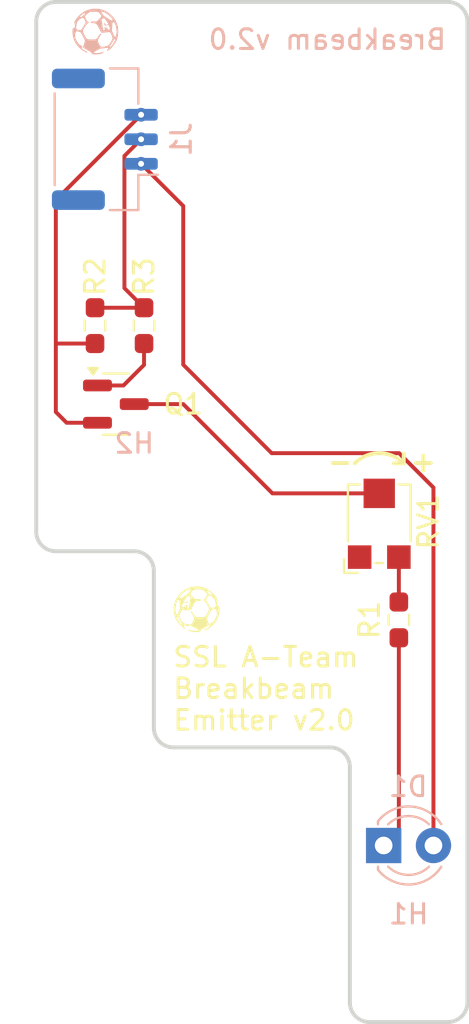
<source format=kicad_pcb>
(kicad_pcb (version 20240108) (generator "pcbnew") (generator_version "8.0")
  (title_block (title "Breakbeam (Emitter)") (date "2025-05-03") (rev "2.0") (company "SSL A-Team") (comment 1 "Author: Christian Clark"))
  (layers (0 "F.Cu" signal) (31 "B.Cu" signal) (34 "B.Paste" user) (35 "F.Paste" user) (36 "B.SilkS" user "B.Silkscreen") (37 "F.SilkS" user "F.Silkscreen") (38 "B.Mask" user) (39 "F.Mask" user) (44 "Edge.Cuts" user))
  (net 0 "")
  (net 1 "Net-(D1-K)")
  (net 2 "+3.3V")
  (net 3 "BALL_TX")
  (net 4 "GND")
  (net 5 "Net-(Q1-G)")
  (net 7 "Net-(Q1-D)")
  (net 8 "Net-(R1-Pad2)")
  (footprint "Resistor_SMD:R_0603_1608Metric_Pad0.98x0.95mm_HandSolder" (layer "F.Cu") (at 104 74.5 90)
    (property "Reference" "R1" (at 0 -1.5 90) (layer "F.SilkS") (effects (font (thickness 0.153))))
    (property "Value" "36" (hide yes))
    (fp_line (start -0.254724 -0.5225) (end 0.254724 -0.5225) (stroke (width 0.12)) (layer "F.SilkS"))
    (fp_line (start -0.254724 0.5225) (end 0.254724 0.5225) (stroke (width 0.12)) (layer "F.SilkS"))
    (pad "1" smd roundrect (at -0.9125 0 90) (size 0.975 0.95) (layers "F.Cu" "F.Paste" "F.Mask") (net 1 "Net-(D1-K)"))
    (pad "2" smd roundrect (at 0.9125 0 90) (size 0.975 0.95) (layers "F.Cu" "F.Paste" "F.Mask") (net 8 "Net-(R1-Pad2)"))
  )
  (footprint "Potentiometer_SMD:Potentiometer_Bourns_TC33X_Vertical" (layer "F.Cu") (at 103 69.5 90)
    (property "Reference" "RV1" (at 0 2.5 90) (layer "F.SilkS") (effects (font (thickness 0.153))))
    (property "Value" "500 125mW")
    (fp_line (start -1.9 -1.8) (end -2.6 -1.8) (stroke (width 0.12)) (layer "F.SilkS"))
    (fp_line (start -2.6 -1.8) (end -2.6 -1.1) (stroke (width 0.12)) (layer "F.SilkS"))
    (fp_line (start 1.9 -1.6) (end 1.9 -1) (stroke (width 0.12)) (layer "F.SilkS"))
    (fp_line (start -1 -1.6) (end 1.9 -1.6) (stroke (width 0.12)) (layer "F.SilkS"))
    (fp_line (start -2.1 -0.2) (end -2.1 0.2) (stroke (width 0.12)) (layer "F.SilkS"))
    (fp_line (start 1.9 1.6) (end 1.9 1) (stroke (width 0.12)) (layer "F.SilkS"))
    (fp_line (start -1 1.6) (end 1.9 1.6) (stroke (width 0.12)) (layer "F.SilkS"))
    (pad "1" smd rect (at -1.8 -1 90) (size 1.2 1.2) (layers "F.Cu" "F.Paste" "F.Mask"))
    (pad "2" smd rect (at 1.45 0 90) (size 1.5 1.6) (layers "F.Cu" "F.Paste" "F.Mask") (net 7 "Net-(Q1-D)"))
    (pad "3" smd rect (at -1.8 1 90) (size 1.2 1.2) (layers "F.Cu" "F.Paste" "F.Mask") (net 8 "Net-(R1-Pad2)"))
  )
  (footprint "Resistor_SMD:R_0603_1608Metric_Pad0.98x0.95mm_HandSolder" (layer "F.Cu") (at 88.5 59.5 -90)
    (property "Reference" "R2" (at -2.5 0 90) (layer "F.SilkS") (effects (font (thickness 0.153))))
    (property "Value" "10k" (hide yes))
    (fp_line (start -0.254724 0.5225) (end 0.254724 0.5225) (stroke (width 0.12)) (layer "F.SilkS"))
    (fp_line (start -0.254724 -0.5225) (end 0.254724 -0.5225) (stroke (width 0.12)) (layer "F.SilkS"))
    (pad "1" smd roundrect (at -0.9125 0 270) (size 0.975 0.95) (layers "F.Cu" "F.Paste" "F.Mask") (net 3 "BALL_TX"))
    (pad "2" smd roundrect (at 0.9125 0 270) (size 0.975 0.95) (layers "F.Cu" "F.Paste" "F.Mask") (net 4 "GND"))
  )
  (footprint "Resistor_SMD:R_0603_1608Metric_Pad0.98x0.95mm_HandSolder" (layer "F.Cu") (at 91 59.5 -90)
    (property "Reference" "R3" (at -2.5 0 90) (layer "F.SilkS") (effects (font (thickness 0.153))))
    (property "Value" "100" (hide yes))
    (fp_line (start -0.254724 0.5225) (end 0.254724 0.5225) (stroke (width 0.12)) (layer "F.SilkS"))
    (fp_line (start -0.254724 -0.5225) (end 0.254724 -0.5225) (stroke (width 0.12)) (layer "F.SilkS"))
    (pad "1" smd roundrect (at -0.9125 0 270) (size 0.975 0.95) (layers "F.Cu" "F.Paste" "F.Mask") (net 3 "BALL_TX"))
    (pad "2" smd roundrect (at 0.9125 0 270) (size 0.975 0.95) (layers "F.Cu" "F.Paste" "F.Mask") (net 5 "Net-(Q1-G)"))
  )
  (footprint "MountingHole:MountingHole_2.2mm_M2" (layer "F.Cu") (at 104.5 92 -90)
    (property "Reference" "H1" (at -2.5 0 180) (layer "B.SilkS") (effects (font (thickness 0.153)) (justify mirror)))
    (property "Value" "MountingHole" (hide yes))
    (pad "" np_thru_hole circle (at 0 0 270) (size 2.2 2.2) (drill 2.2) (layers "*.Cu" "*.Mask" "In1.Cu" "In2.Cu" "In3.Cu" "In4.Cu" "In5.Cu" "In6.Cu" "In7.Cu" "In8.Cu" "In9.Cu" "In10.Cu" "In11.Cu" "In12.Cu" "In13.Cu" "In14.Cu" "In15.Cu" "In16.Cu" "In17.Cu" "In18.Cu" "In19.Cu" "In20.Cu" "In21.Cu" "In22.Cu" "In23.Cu" "In24.Cu" "In25.Cu" "In26.Cu" "In27.Cu" "In28.Cu" "In29.Cu" "In30.Cu"))
  )
  (footprint "MountingHole:MountingHole_2.2mm_M2" (layer "F.Cu") (at 90.5 68 -90)
    (property "Reference" "H2" (at -2.5 0 180) (layer "B.SilkS") (effects (font (thickness 0.153)) (justify mirror)))
    (property "Value" "MountingHole" (hide yes))
    (pad "" np_thru_hole circle (at 0 0 270) (size 2.2 2.2) (drill 2.2) (layers "*.Cu" "*.Mask" "In1.Cu" "In2.Cu" "In3.Cu" "In4.Cu" "In5.Cu" "In6.Cu" "In7.Cu" "In8.Cu" "In9.Cu" "In10.Cu" "In11.Cu" "In12.Cu" "In13.Cu" "In14.Cu" "In15.Cu" "In16.Cu" "In17.Cu" "In18.Cu" "In19.Cu" "In20.Cu" "In21.Cu" "In22.Cu" "In23.Cu" "In24.Cu" "In25.Cu" "In26.Cu" "In27.Cu" "In28.Cu" "In29.Cu" "In30.Cu"))
  )
  (footprint "AT-Style:logo_3_mm_3_mm" (layer "F.Cu") (at 93.7 73.9)
    (property "Reference" "G***" (hide yes))
    (property "Value" "LOGO" (hide yes))
    (fp_poly (pts (xy 0.084667 -1.104608) (xy 0.147904 -1.099875) (xy 0.180206 -1.095398) (xy 0.322169 -1.061718) (xy 0.456925 -1.011636) (xy 0.583926 -0.945492) (xy 0.702625 -0.86363) (xy 0.812473 -0.766392) (xy 0.912923 -0.65412) (xy 0.937606 -0.622279) (xy 0.96758 -0.579457) (xy 0.995872 -0.533645) (xy 1.020561 -0.48853) (xy 1.039727 -0.447796) (xy 1.05145 -0.415131) (xy 1.054204 -0.398475) (xy 1.050505 -0.373967) (xy 1.041173 -0.343344) (xy 1.036058 -0.330691) (xy 1.026275 -0.304678) (xy 1.021897 -0.279516) (xy 1.022111 -0.248004) (xy 1.024011 -0.224049) (xy 1.032764 -0.173874) (xy 1.048446 -0.139843) (xy 1.071494 -0.121291) (xy 1.094133 -0.117134) (xy 1.11474 -0.112649) (xy 1.130013 -0.097915) (xy 1.140723 -0.071017) (xy 1.147639 -0.030038) (xy 1.151479 0.025662) (xy 1.149055 0.14185) (xy 1.133304 0.263808) (xy 1.105256 0.386416) (xy 1.065944 0.504554) (xy 1.044967 0.554637) (xy 1.001368 0.637177) (xy 0.944248 0.722728) (xy 0.876763 0.807472) (xy 0.802068 0.887591) (xy 0.723321 0.959267) (xy 0.68614 0.988703) (xy 0.650923 1.013429) (xy 0.609229 1.039945) (xy 0.564453 1.066397) (xy 0.519992 1.090934) (xy 0.479244 1.111702) (xy 0.445603 1.12685) (xy 0.422468 1.134525) (xy 0.41769 1.135103) (xy 0.398369 1.128601) (xy 0.392056 1.111266) (xy 0.394137 1.101175) (xy 0.403563 1.092172) (xy 0.425342 1.077938) (xy 0.455534 1.060945) (xy 0.47046 1.053236) (xy 0.514851 1.029688) (xy 0.558935 1.004152) (xy 0.599617 0.978656) (xy 0.633804 0.955229) (xy 0.658402 0.935898) (xy 0.670318 0.922691) (xy 0.670603 0.922035) (xy 0.670027 0.906629) (xy 0.662891 0.882188) (xy 0.656894 0.867611) (xy 0.646123 0.84279) (xy 0.642773 0.827688) (xy 0.646697 0.815668) (xy 0.655489 0.803127) (xy 0.674013 0.786197) (xy 0.701759 0.769103) (xy 0.717927 0.761604) (xy 0.774833 0.733656) (xy 0.820874 0.698694) (xy 0.860483 0.654807) (xy 0.884639 0.619991) (xy 0.911635 0.57453) (xy 0.939236 0.522937) (xy 0.965206 0.469727) (xy 0.98731 0.419416) (xy 1.003314 0.376518) (xy 1.00966 0.353465) (xy 1.015497 0.306736) (xy 1.01581 0.254286) (xy 1.011248 0.200335) (xy 1.002457 0.149101) (xy 0.990086 0.104805) (xy 0.974784 0.071668) (xy 0.964418 0.058854) (xy 0.948814 0.048979) (xy 0.928069 0.046231) (xy 0.902686 0.048486) (xy 0.855094 0.056552) (xy 0.809686 0.067349) (xy 0.770998 0.079553) (xy 0.743563 0.091837) (xy 0.735843 0.097264) (xy 0.724948 0.111402) (xy 0.708684 0.137747) (xy 0.689443 0.172241) (xy 0.673638 0.202731) (xy 0.648627 0.251257) (xy 0.619077 0.306529) (xy 0.589689 0.359822) (xy 0.576051 0.383824) (xy 0.554573 0.4222) (xy 0.53626 0.456967) (xy 0.523222 0.483987) (xy 0.517815 0.497964) (xy 0.518169 0.515433) (xy 0.523346 0.546033) (xy 0.532286 0.58586) (xy 0.543932 0.63101) (xy 0.557224 0.677582) (xy 0.571104 0.721672) (xy 0.584512 0.759375) (xy 0.595883 0.785789) (xy 0.609593 0.820079) (xy 0.610489 0.846657) (xy 0.598377 0.870676) (xy 0.592427 0.877872) (xy 0.574232 0.89389) (xy 0.543121 0.916456) (xy 0.502109 0.943696) (xy 0.454212 0.97374) (xy 0.402445 1.004714) (xy 0.349825 1.034748) (xy 0.299368 1.061967) (xy 0.279395 1.072186) (xy 0.238711 1.093223) (xy 0.211645 1.109113) (xy 0.195324 1.121967) (xy 0.186873 1.133896) (xy 0.18426 1.142049) (xy 0.174845 1.176104) (xy 0.162161 1.197038) (xy 0.142441 1.209743) (xy 0.128328 1.21467) (xy 0.097761 1.220116) (xy 0.052703 1.223141) (xy -0.003478 1.223729) (xy -0.067413 1.221863) (xy -0.135733 1.217528) (xy -0.153377 1.216032) (xy -0.20402 1.210554) (xy -0.248617 1.20313) (xy -0.293991 1.192294) (xy -0.346968 1.176579) (xy -0.367262 1.170079) (xy -0.408108 1.153427) (xy -0.431117 1.135776) (xy -0.436223 1.117189) (xy -0.432634 1.108492) (xy -0.426649 1.104147) (xy -0.414253 1.103201) (xy -0.392797 1.106021) (xy -0.359637 1.112977) (xy -0.312124 1.124434) (xy -0.304866 1.126246) (xy -0.228096 1.143572) (xy -0.160195 1.154429) (xy -0.093707 1.159979) (xy -0.085598 1.160339) (xy -0.041745 1.161866) (xy -0.012168 1.161889) (xy 0.006849 1.159927) (xy 0.019023 1.1555) (xy 0.02807 1.148126) (xy 0.030713 1.145286) (xy 0.042195 1.125336) (xy 0.039025 1.10582) (xy 0.020353 1.085606) (xy -0.014673 1.063561) (xy -0.04058 1.050549) (xy -0.081289 1.030115) (xy -0.123545 1.007134) (xy -0.158639 0.986356) (xy -0.160621 0.985094) (xy -0.19832 0.962012) (xy -0.230453 0.945786) (xy -0.262363 0.934743) (xy -0.299391 0.927213) (xy -0.346878 0.921525) (xy -0.370873 0.919314) (xy -0.422852 0.91392) (xy -0.478609 0.906792) (xy -0.529599 0.899073) (xy -0.552385 0.895016) (xy -0.598485 0.887405) (xy -0.630143 0.885808) (xy -0.650086 0.890779) (xy -0.661046 0.902871) (xy -0.665154 0.917858) (xy -0.661162 0.937874) (xy -0.646567 0.96398) (xy -0.640319 0.972368) (xy -0.621783 1.001625) (xy -0.618104 1.022852) (xy -0.628984 1.034956) (xy -0.654125 1.036841) (xy -0.657751 1.036378) (xy -0.677934 1.028048) (xy -0.707671 1.008677) (xy -0.744269 0.98044) (xy -0.785034 0.945517) (xy -0.827272 0.906083) (xy -0.860752 0.872292) (xy -0.955699 0.761086) (xy -1.033991 0.643709) (xy -1.095913 0.519473) (xy -1.119157 0.452647) (xy -1.034917 0.452647) (xy -1.030701 0.471114) (xy -1.01875 0.500241) (xy -1.005427 0.528715) (xy -0.951332 0.626641) (xy -0.882784 0.725865) (xy -0.838107 0.781642) (xy -0.806829 0.816867) (xy -0.783769 0.838046) (xy -0.76732 0.84624) (xy -0.755874 0.842511) (xy -0.752474 0.838143) (xy -0.750668 0.830293) (xy -0.753961 0.817964) (xy -0.763581 0.798841) (xy -0.780757 0.770608) (xy -0.80672 0.730949) (xy -0.819541 0.711813) (xy -0.84784 0.668557) (xy -0.879705 0.61801) (xy -0.909869 0.568584) (xy -0.921088 0.549627) (xy -0.951259 0.5) (xy -0.975323 0.465326) (xy -0.994586 0.444134) (xy -1.010356 0.434954) (xy -1.022332 0.435623) (xy -1.031944 0.441823) (xy -1.034917 0.452647) (xy -1.119157 0.452647) (xy -1.134597 0.408255) (xy -0.888575 0.408255) (xy -0.883604 0.438286) (xy -0.87115 0.472343) (xy -0.850239 0.514355) (xy -0.828028 0.554133) (xy -0.784291 0.626835) (xy -0.744445 0.684407) (xy -0.706503 0.728751) (xy -0.668483 0.761774) (xy -0.6284 0.78538) (xy -0.584269 0.801474) (xy -0.565544 0.806123) (xy -0.480251 0.822947) (xy -0.410281 0.832088) (xy -0.354673 0.83358) (xy -0.312463 0.827455) (xy -0.285691 0.815826) (xy -0.270951 0.800393) (xy -0.251505 0.772018) (xy -0.229293 0.73451) (xy -0.206253 0.69168) (xy -0.184326 0.647335) (xy -0.16545 0.605285) (xy -0.151565 0.56934) (xy -0.14461 0.543307) (xy -0.144164 0.537845) (xy -0.147275 0.513583) (xy -0.157143 0.482216) (xy -0.174567 0.441954) (xy -0.200349 0.391005) (xy -0.235291 0.327575) (xy -0.248545 0.304336) (xy -0.273479 0.260561) (xy -0.290366 0.229432) (xy -0.300282 0.208057) (xy -0.304304 0.193542) (xy -0.30351 0.182995) (xy -0.298975 0.173521) (xy -0.297883 0.171767) (xy -0.288461 0.163743) (xy -0.2757 0.166034) (xy -0.258523 0.179724) (xy -0.235853 0.205893) (xy -0.206613 0.245626) (xy -0.169723 0.300003) (xy -0.168753 0.301469) (xy -0.135355 0.351856) (xy -0.108097 0.390613) (xy -0.083921 0.41924) (xy -0.059765 0.439233) (xy -0.032569 0.45209) (xy 0.000726 0.459309) (xy 0.043181 0.462387) (xy 0.097856 0.462823) (xy 0.159664 0.462197) (xy 0.216389 0.461112) (xy 0.269289 0.459207) (xy 0.314794 0.456678) (xy 0.349331 0.453722) (xy 0.369023 0.450622) (xy 0.394699 0.440707) (xy 0.418808 0.424203) (xy 0.442847 0.399192) (xy 0.468313 0.363757) (xy 0.496704 0.315981) (xy 0.529516 0.253946) (xy 0.542055 0.229047) (xy 0.572309 0.167934) (xy 0.594705 0.119086) (xy 0.609081 0.078961) (xy 0.615277 0.044017) (xy 0.613131 0.01071) (xy 0.602484 -0.024501) (xy 0.583173 -0.06516) (xy 0.555039 -0.114808) (xy 0.524087 -0.16669) (xy 0.479843 -0.236435) (xy 0.439447 -0.29103) (xy 0.401232 -0.332484) (xy 0.363529 -0.362802) (xy 0.358159 -0.366296) (xy 0.332074 -0.388121) (xy 0.323994 -0.409295) (xy 0.326568 -0.414651) (xy 0.477545 -0.414651) (xy 0.481008 -0.395017) (xy 0.492197 -0.36837) (xy 0.512313 -0.332277) (xy 0.539444 -0.289081) (xy 0.567882 -0.244422) (xy 0.596961 -0.197324) (xy 0.622887 -0.154005) (xy 0.638867 -0.126144) (xy 0.671465 -0.07288) (xy 0.700895 -0.036572) (xy 0.727824 -0.01657) (xy 0.752922 -0.012222) (xy 0.755369 -0.012626) (xy 0.776906 -0.016726) (xy 0.808659 -0.022629) (xy 0.837957 -0.027999) (xy 0.889113 -0.039339) (xy 0.92477 -0.053122) (xy 0.947446 -0.071613) (xy 0.959663 -0.097076) (xy 0.963939 -0.131775) (xy 0.964065 -0.14132) (xy 0.961444 -0.186557) (xy 0.95445 -0.241788) (xy 0.944285 -0.300185) (xy 0.932154 -0.354919) (xy 0.91926 -0.399162) (xy 0.917958 -0.402794) (xy 0.890258 -0.454702) (xy 0.844732 -0.508014) (xy 0.781332 -0.562782) (xy 0.726826 -0.601655) (xy 0.685899 -0.627444) (xy 0.655294 -0.642399) (xy 0.631627 -0.647388) (xy 0.611517 -0.643279) (xy 0.597049 -0.63497) (xy 0.581205 -0.618457) (xy 0.56104 -0.589879) (xy 0.538906 -0.553574) (xy 0.517156 -0.513879) (xy 0.498144 -0.475133) (xy 0.484221 -0.441673) (xy 0.477741 -0.417836) (xy 0.477545 -0.414651) (xy 0.326568 -0.414651) (xy 0.333922 -0.429953) (xy 0.359625 -0.448989) (xy 0.38635 -0.470048) (xy 0.415117 -0.502572) (xy 0.44366 -0.542651) (xy 0.469713 -0.586377) (xy 0.491012 -0.629839) (xy 0.50529 -0.669129) (xy 0.510283 -0.700336) (xy 0.509584 -0.707795) (xy 0.499597 -0.728975) (xy 0.477791 -0.757663) (xy 0.447117 -0.791044) (xy 0.410529 -0.826305) (xy 0.370977 -0.860631) (xy 0.366113 -0.86439) (xy 0.515245 -0.86439) (xy 0.523853 -0.840863) (xy 0.547531 -0.80872) (xy 0.56002 -0.795222) (xy 0.603054 -0.754519) (xy 0.644716 -0.721654) (xy 0.683065 -0.697538) (xy 0.716161 -0.683079) (xy 0.742063 -0.679187) (xy 0.758831 -0.686772) (xy 0.764121 -0.699579) (xy 0.758505 -0.716384) (xy 0.739414 -0.740595) (xy 0.708819 -0.770336) (xy 0.668692 -0.803733) (xy 0.621006 -0.838911) (xy 0.608499 -0.847517) (xy 0.568334 -0.870865) (xy 0.538636 -0.880632) (xy 0.520556 -0.87806) (xy 0.515245 -0.86439) (xy 0.366113 -0.86439) (xy 0.331415 -0.891207) (xy 0.294794 -0.915221) (xy 0.28797 -0.919049) (xy 0.229763 -0.950585) (xy 0.067577 -0.950585) (xy 0.012686 -0.950185) (xy -0.038303 -0.949074) (xy -0.081685 -0.947389) (xy -0.113759 -0.945268) (xy -0.128934 -0.943319) (xy -0.166589 -0.92726) (xy -0.207779 -0.894774) (xy -0.251382 -0.846846) (xy -0.275643 -0.814739) (xy -0.297951 -0.783044) (xy -0.313288 -0.757721) (xy -0.320859 -0.73609) (xy -0.319864 -0.715474) (xy -0.309507 -0.693194) (xy -0.28899 -0.666572) (xy -0.257517 -0.632929) (xy -0.214289 -0.589586) (xy -0.206236 -0.581581) (xy -0.085598 -0.461622) (xy 0.049557 -0.456928) (xy 0.107757 -0.454655) (xy 0.150512 -0.452122) (xy 0.180395 -0.448801) (xy 0.199981 -0.444162) (xy 0.211842 -0.437677) (xy 0.218552 -0.428817) (xy 0.221335 -0.421647) (xy 0.222774 -0.403459) (xy 0.212758 -0.389793) (xy 0.189533 -0.379785) (xy 0.151344 -0.372568) (xy 0.113831 -0.368635) (xy 0.054562 -0.362668) (xy 0.009713 -0.355389) (xy -0.024318 -0.345604) (xy -0.051132 -0.332118) (xy -0.074328 -0.313734) (xy -0.085598 -0.302436) (xy -0.102241 -0.281003) (xy -0.124676 -0.246799) (xy -0.150956 -0.203327) (xy -0.179134 -0.154091) (xy -0.207261 -0.102594) (xy -0.233392 -0.052339) (xy -0.255577 -0.006828) (xy -0.271871 0.030434) (xy -0.274643 0.037638) (xy -0.297028 0.081739) (xy -0.325165 0.109484) (xy -0.35852 0.120373) (xy -0.36267 0.120522) (xy -0.380565 0.119741) (xy -0.413085 0.117428) (xy -0.456926 0.113854) (xy -0.508781 0.109288) (xy -0.565346 0.104002) (xy -0.570862 0.103471) (xy -0.749777 0.086186) (xy -0.77871 0.117757) (xy -0.799917 0.147286) (xy -0.822832 0.189902) (xy -0.845426 0.241062) (xy -0.865671 0.296222) (xy -0.879958 0.344561) (xy -0.887035 0.378323) (xy -0.888575 0.408255) (xy -1.134597 0.408255) (xy -1.141751 0.387687) (xy -1.17179 0.247663) (xy -1.186317 0.098711) (xy -1.186846 0.085598) (xy -1.185827 0.044829) (xy -1.097503 0.044829) (xy -1.09585 0.118687) (xy -1.089597 0.18542) (xy -1.079548 0.236539) (xy -1.065057 0.274174) (xy -1.045479 0.300455) (xy -1.039067 0.306015) (xy -1.01609 0.317991) (xy -0.996852 0.313342) (xy -0.979333 0.291427) (xy -0.976522 0.286213) (xy -0.963624 0.258353) (xy -0.951501 0.227848) (xy -0.951017 0.226485) (xy -0.942495 0.204802) (xy -0.928473 0.171733) (xy -0.911078 0.132218) (xy -0.896743 0.100544) (xy -0.854031 0.007368) (xy -0.863375 -0.055455) (xy -0.764515 -0.055455) (xy -0.70888 -0.047435) (xy -0.679008 -0.043996) (xy -0.656812 -0.043054) (xy -0.647914 -0.044486) (xy -0.643291 -0.055412) (xy -0.636816 -0.078474) (xy -0.6315 -0.101366) (xy -0.629064 -0.11017) (xy -0.504576 -0.11017) (xy -0.504576 -0.069199) (xy -0.50365 -0.047029) (xy -0.498532 -0.033166) (xy -0.485714 -0.025392) (xy -0.461688 -0.02149) (xy -0.425736 -0.019371) (xy -0.405455 -0.020319) (xy -0.397528 -0.028266) (xy -0.396452 -0.039809) (xy -0.394367 -0.062721) (xy -0.391296 -0.075037) (xy -0.39065 -0.084306) (xy -0.398908 -0.091264) (xy -0.418914 -0.097085) (xy -0.453513 -0.102942) (xy -0.461777 -0.104128) (xy -0.504576 -0.11017) (xy -0.629064 -0.11017) (xy -0.623197 -0.131374) (xy -0.614216 -0.149495) (xy -0.608728 -0.153175) (xy -0.595267 -0.151708) (xy -0.568746 -0.147819) (xy -0.533842 -0.142279) (xy -0.49523 -0.135858) (xy -0.457586 -0.129326) (xy -0.425586 -0.123454) (xy -0.41222 -0.120811) (xy -0.395385 -0.11896) (xy -0.388644 -0.126112) (xy -0.387431 -0.145701) (xy -0.38595 -0.177592) (xy -0.381926 -0.222577) (xy -0.375963 -0.276006) (xy -0.368665 -0.333232) (xy -0.360635 -0.389603) (xy -0.352477 -0.440472) (xy -0.344794 -0.481188) (xy -0.342594 -0.491061) (xy -0.335465 -0.525065) (xy -0.331407 -0.552125) (xy -0.331047 -0.567689) (xy -0.331776 -0.569461) (xy -0.342747 -0.575576) (xy -0.365808 -0.58569) (xy -0.396099 -0.59768) (xy -0.398005 -0.598399) (xy -0.458103 -0.62102) (xy -0.511573 -0.563861) (xy -0.54853 -0.520475) (xy -0.58629 -0.469518) (xy -0.621094 -0.416577) (xy -0.649181 -0.367243) (xy -0.661604 -0.340847) (xy -0.675421 -0.307768) (xy -0.628449 -0.297694) (xy -0.597616 -0.290949) (xy -0.571384 -0.284984) (xy -0.561896 -0.282706) (xy -0.545299 -0.283246) (xy -0.536177 -0.298238) (xy -0.535997 -0.298829) (xy -0.529162 -0.314798) (xy -0.517151 -0.337515) (xy -0.502744 -0.362346) (xy -0.488724 -0.384662) (xy -0.47787 -0.399829) (xy -0.473117 -0.403553) (xy -0.472823 -0.393658) (xy -0.474539 -0.371138) (xy -0.477656 -0.341196) (xy -0.481566 -0.309038) (xy -0.485658 -0.279867) (xy -0.489325 -0.258886) (xy -0.490678 -0.253495) (xy -0.494106 -0.247482) (xy -0.50134 -0.244066) (xy -0.514681 -0.243518) (xy -0.536428 -0.246106) (xy -0.568881 -0.2521) (xy -0.614341 -0.26177) (xy -0.672597 -0.274817) (xy -0.682433 -0.275062) (xy -0.69114 -0.268854) (xy -0.700691 -0.253291) (xy -0.713057 -0.22547) (xy -0.723152 -0.200419) (xy -0.737724 -0.16145) (xy -0.74994 -0.124795) (xy -0.757873 -0.096391) (xy -0.759435 -0.088547) (xy -0.764515 -0.055455) (xy -0.863375 -0.055455) (xy -0.864281 -0.06155) (xy -0.868604 -0.097438) (xy -0.872955 -0.145293) (xy -0.876846 -0.199071) (xy -0.879793 -0.252726) (xy -0.879967 -0.256703) (xy -0.883046 -0.314055) (xy -0.887184 -0.355782) (xy -0.893261 -0.384279) (xy -0.902154 -0.401942) (xy -0.914743 -0.411164) (xy -0.931904 -0.414341) (xy -0.937823 -0.414473) (xy -0.960299 -0.410385) (xy -0.979726 -0.396269) (xy -0.999048 -0.369352) (xy -1.01296 -0.343647) (xy -1.047596 -0.259838) (xy -1.073765 -0.164183) (xy -1.090667 -0.06114) (xy -1.097503 0.044829) (xy -1.185827 0.044829) (xy -1.183275 -0.057324) (xy -1.162321 -0.196042) (xy -1.124291 -0.329801) (xy -1.069489 -0.457844) (xy -1.018603 -0.544651) (xy -0.897017 -0.544651) (xy -0.890254 -0.534676) (xy -0.887571 -0.531671) (xy -0.871076 -0.518208) (xy -0.8516 -0.513055) (xy -0.826907 -0.516854) (xy -0.794762 -0.53025) (xy -0.752928 -0.553887) (xy -0.705817 -0.584004) (xy -0.662746 -0.612138) (xy -0.620744 -0.639028) (xy -0.584191 -0.661906) (xy -0.557465 -0.678003) (xy -0.554132 -0.679913) (xy -0.506534 -0.707944) (xy -0.4715 -0.731752) (xy -0.445176 -0.754548) (xy -0.423709 -0.779541) (xy -0.409027 -0.800808) (xy -0.386771 -0.834814) (xy -0.363578 -0.869537) (xy -0.34952 -0.890133) (xy -0.3319 -0.920259) (xy -0.328624 -0.940284) (xy -0.340049 -0.951473) (xy -0.366531 -0.955086) (xy -0.367879 -0.955091) (xy -0.393622 -0.950348) (xy -0.430695 -0.937303) (xy -0.475491 -0.917726) (xy -0.5244 -0.89339) (xy -0.573812 -0.866067) (xy -0.620118 -0.837529) (xy -0.651158 -0.81601) (xy -0.697074 -0.779191) (xy -0.746018 -0.735085) (xy -0.793692 -0.687968) (xy -0.835795 -0.642114) (xy -0.868028 -0.601798) (xy -0.871305 -0.597134) (xy -0.88871 -0.571181) (xy -0.896891 -0.555253) (xy -0.897017 -0.544651) (xy -1.018603 -0.544651) (xy -0.998222 -0.579418) (xy -0.910794 -0.693765) (xy -0.842106 -0.767168) (xy -0.735934 -0.862099) (xy -0.625713 -0.940392) (xy -0.509057 -1.00335) (xy -0.383578 -1.05228) (xy -0.25903 -1.085866) (xy -0.204526 -1.094879) (xy -0.137534 -1.101377) (xy -0.063424 -1.105242) (xy 0.012433 -1.106358)) (fill solid) (layer "F.SilkS"))
  )
  (footprint "Package_TO_SOT_SMD:SOT-23" (layer "F.Cu") (at 89.562499 63.5)
    (property "Reference" "Q1" (at 3.437501 0 0) (layer "F.SilkS") (effects (font (thickness 0.153))))
    (property "Value" "BSS138" (hide yes))
    (fp_line (start 0 -1.560001) (end -0.65 -1.56) (stroke (width 0.12)) (layer "F.SilkS"))
    (fp_line (start 0 -1.560001) (end 0.65 -1.56) (stroke (width 0.12)) (layer "F.SilkS"))
    (fp_line (start 0 1.560001) (end -0.65 1.56) (stroke (width 0.12)) (layer "F.SilkS"))
    (fp_line (start 0 1.560001) (end 0.65 1.56) (stroke (width 0.12)) (layer "F.SilkS"))
    (fp_poly (pts (xy -1.1625 -1.51) (xy -1.4025 -1.84) (xy -0.9225 -1.839999) (xy -1.1625 -1.51)) (stroke (width 0.12)) (fill solid) (layer "F.SilkS"))
    (pad "1" smd roundrect (at -0.9375 -0.95) (size 1.475 0.6) (layers "F.Cu" "F.Paste" "F.Mask") (net 5 "Net-(Q1-G)"))
    (pad "2" smd roundrect (at -0.9375 0.95) (size 1.475 0.6) (layers "F.Cu" "F.Paste" "F.Mask") (net 4 "GND"))
    (pad "3" smd roundrect (at 0.937501 0) (size 1.475 0.6) (layers "F.Cu" "F.Paste" "F.Mask") (net 7 "Net-(Q1-D)"))
  )
  (footprint "AT-Style:logo_3_mm_3_mm" (layer "B.Cu") (at 88.5 44.45 180)
    (property "Reference" "G***" (hide yes))
    (property "Value" "LOGO" (hide yes))
    (fp_poly (pts (xy 0.084667 1.104608) (xy 0.147904 1.099875) (xy 0.180206 1.095398) (xy 0.322169 1.061718) (xy 0.456925 1.011636) (xy 0.583926 0.945492) (xy 0.702625 0.86363) (xy 0.812473 0.766392) (xy 0.912923 0.65412) (xy 0.937606 0.622279) (xy 0.96758 0.579457) (xy 0.995872 0.533645) (xy 1.020561 0.48853) (xy 1.039727 0.447796) (xy 1.05145 0.415131) (xy 1.054204 0.398475) (xy 1.050505 0.373967) (xy 1.041173 0.343344) (xy 1.036058 0.330691) (xy 1.026275 0.304678) (xy 1.021897 0.279516) (xy 1.022111 0.248004) (xy 1.024011 0.224049) (xy 1.032764 0.173874) (xy 1.048446 0.139843) (xy 1.071494 0.121291) (xy 1.094133 0.117134) (xy 1.11474 0.112649) (xy 1.130013 0.097915) (xy 1.140723 0.071017) (xy 1.147639 0.030038) (xy 1.151479 -0.025662) (xy 1.149055 -0.14185) (xy 1.133304 -0.263808) (xy 1.105256 -0.386416) (xy 1.065944 -0.504554) (xy 1.044967 -0.554637) (xy 1.001368 -0.637177) (xy 0.944248 -0.722728) (xy 0.876763 -0.807472) (xy 0.802068 -0.887591) (xy 0.723321 -0.959267) (xy 0.68614 -0.988703) (xy 0.650923 -1.013429) (xy 0.609229 -1.039945) (xy 0.564453 -1.066397) (xy 0.519992 -1.090934) (xy 0.479244 -1.111702) (xy 0.445603 -1.12685) (xy 0.422468 -1.134525) (xy 0.41769 -1.135103) (xy 0.398369 -1.128601) (xy 0.392056 -1.111266) (xy 0.394137 -1.101175) (xy 0.403563 -1.092172) (xy 0.425342 -1.077938) (xy 0.455534 -1.060945) (xy 0.47046 -1.053236) (xy 0.514851 -1.029688) (xy 0.558935 -1.004152) (xy 0.599617 -0.978656) (xy 0.633804 -0.955229) (xy 0.658402 -0.935898) (xy 0.670318 -0.922691) (xy 0.670603 -0.922035) (xy 0.670027 -0.906629) (xy 0.662891 -0.882188) (xy 0.656894 -0.867611) (xy 0.646123 -0.84279) (xy 0.642773 -0.827688) (xy 0.646697 -0.815668) (xy 0.655489 -0.803127) (xy 0.674013 -0.786197) (xy 0.701759 -0.769103) (xy 0.717927 -0.761604) (xy 0.774833 -0.733656) (xy 0.820874 -0.698694) (xy 0.860483 -0.654807) (xy 0.884639 -0.619991) (xy 0.911635 -0.57453) (xy 0.939236 -0.522937) (xy 0.965206 -0.469727) (xy 0.98731 -0.419416) (xy 1.003314 -0.376518) (xy 1.00966 -0.353465) (xy 1.015497 -0.306736) (xy 1.01581 -0.254286) (xy 1.011248 -0.200335) (xy 1.002457 -0.149101) (xy 0.990086 -0.104805) (xy 0.974784 -0.071668) (xy 0.964418 -0.058854) (xy 0.948814 -0.048979) (xy 0.928069 -0.046231) (xy 0.902686 -0.048486) (xy 0.855094 -0.056552) (xy 0.809686 -0.067349) (xy 0.770998 -0.079553) (xy 0.743563 -0.091837) (xy 0.735843 -0.097264) (xy 0.724948 -0.111402) (xy 0.708684 -0.137747) (xy 0.689443 -0.172241) (xy 0.673638 -0.202731) (xy 0.648627 -0.251257) (xy 0.619077 -0.306529) (xy 0.589689 -0.359822) (xy 0.576051 -0.383824) (xy 0.554573 -0.4222) (xy 0.53626 -0.456967) (xy 0.523222 -0.483987) (xy 0.517815 -0.497964) (xy 0.518169 -0.515433) (xy 0.523346 -0.546033) (xy 0.532286 -0.58586) (xy 0.543932 -0.63101) (xy 0.557224 -0.677582) (xy 0.571104 -0.721672) (xy 0.584512 -0.759375) (xy 0.595883 -0.785789) (xy 0.609593 -0.820079) (xy 0.610489 -0.846657) (xy 0.598377 -0.870676) (xy 0.592427 -0.877872) (xy 0.574232 -0.89389) (xy 0.543121 -0.916456) (xy 0.502109 -0.943696) (xy 0.454212 -0.97374) (xy 0.402445 -1.004714) (xy 0.349825 -1.034748) (xy 0.299368 -1.061967) (xy 0.279395 -1.072186) (xy 0.238711 -1.093223) (xy 0.211645 -1.109113) (xy 0.195324 -1.121967) (xy 0.186873 -1.133896) (xy 0.18426 -1.142049) (xy 0.174845 -1.176104) (xy 0.162161 -1.197038) (xy 0.142441 -1.209743) (xy 0.128328 -1.21467) (xy 0.097761 -1.220116) (xy 0.052703 -1.223141) (xy -0.003478 -1.223729) (xy -0.067413 -1.221863) (xy -0.135733 -1.217528) (xy -0.153377 -1.216032) (xy -0.20402 -1.210554) (xy -0.248617 -1.20313) (xy -0.293991 -1.192294) (xy -0.346968 -1.176579) (xy -0.367262 -1.170079) (xy -0.408108 -1.153427) (xy -0.431117 -1.135776) (xy -0.436223 -1.117189) (xy -0.432634 -1.108492) (xy -0.426649 -1.104147) (xy -0.414253 -1.103201) (xy -0.392797 -1.106021) (xy -0.359637 -1.112977) (xy -0.312124 -1.124434) (xy -0.304866 -1.126246) (xy -0.228096 -1.143572) (xy -0.160195 -1.154429) (xy -0.093707 -1.159979) (xy -0.085598 -1.160339) (xy -0.041745 -1.161866) (xy -0.012168 -1.161889) (xy 0.006849 -1.159927) (xy 0.019023 -1.1555) (xy 0.02807 -1.148126) (xy 0.030713 -1.145286) (xy 0.042195 -1.125336) (xy 0.039025 -1.10582) (xy 0.020353 -1.085606) (xy -0.014673 -1.063561) (xy -0.04058 -1.050549) (xy -0.081289 -1.030115) (xy -0.123545 -1.007134) (xy -0.158639 -0.986356) (xy -0.160621 -0.985094) (xy -0.19832 -0.962012) (xy -0.230453 -0.945786) (xy -0.262363 -0.934743) (xy -0.299391 -0.927213) (xy -0.346878 -0.921525) (xy -0.370873 -0.919314) (xy -0.422852 -0.91392) (xy -0.478609 -0.906792) (xy -0.529599 -0.899073) (xy -0.552385 -0.895016) (xy -0.598485 -0.887405) (xy -0.630143 -0.885808) (xy -0.650086 -0.890779) (xy -0.661046 -0.902871) (xy -0.665154 -0.917858) (xy -0.661162 -0.937874) (xy -0.646567 -0.96398) (xy -0.640319 -0.972368) (xy -0.621783 -1.001625) (xy -0.618104 -1.022852) (xy -0.628984 -1.034956) (xy -0.654125 -1.036841) (xy -0.657751 -1.036378) (xy -0.677934 -1.028048) (xy -0.707671 -1.008677) (xy -0.744269 -0.98044) (xy -0.785034 -0.945517) (xy -0.827272 -0.906083) (xy -0.860752 -0.872292) (xy -0.955699 -0.761086) (xy -1.033991 -0.643709) (xy -1.095913 -0.519473) (xy -1.119157 -0.452647) (xy -1.034917 -0.452647) (xy -1.030701 -0.471114) (xy -1.01875 -0.500241) (xy -1.005427 -0.528715) (xy -0.951332 -0.626641) (xy -0.882784 -0.725865) (xy -0.838107 -0.781642) (xy -0.806829 -0.816867) (xy -0.783769 -0.838046) (xy -0.76732 -0.84624) (xy -0.755874 -0.842511) (xy -0.752474 -0.838143) (xy -0.750668 -0.830293) (xy -0.753961 -0.817964) (xy -0.763581 -0.798841) (xy -0.780757 -0.770608) (xy -0.80672 -0.730949) (xy -0.819541 -0.711813) (xy -0.84784 -0.668557) (xy -0.879705 -0.61801) (xy -0.909869 -0.568584) (xy -0.921088 -0.549627) (xy -0.951259 -0.5) (xy -0.975323 -0.465326) (xy -0.994586 -0.444134) (xy -1.010356 -0.434954) (xy -1.022332 -0.435623) (xy -1.031944 -0.441823) (xy -1.034917 -0.452647) (xy -1.119157 -0.452647) (xy -1.134597 -0.408255) (xy -0.888575 -0.408255) (xy -0.883604 -0.438286) (xy -0.87115 -0.472343) (xy -0.850239 -0.514355) (xy -0.828028 -0.554133) (xy -0.784291 -0.626835) (xy -0.744445 -0.684407) (xy -0.706503 -0.728751) (xy -0.668483 -0.761774) (xy -0.6284 -0.78538) (xy -0.584269 -0.801474) (xy -0.565544 -0.806123) (xy -0.480251 -0.822947) (xy -0.410281 -0.832088) (xy -0.354673 -0.83358) (xy -0.312463 -0.827455) (xy -0.285691 -0.815826) (xy -0.270951 -0.800393) (xy -0.251505 -0.772018) (xy -0.229293 -0.73451) (xy -0.206253 -0.69168) (xy -0.184326 -0.647335) (xy -0.16545 -0.605285) (xy -0.151565 -0.56934) (xy -0.14461 -0.543307) (xy -0.144164 -0.537845) (xy -0.147275 -0.513583) (xy -0.157143 -0.482216) (xy -0.174567 -0.441954) (xy -0.200349 -0.391005) (xy -0.235291 -0.327575) (xy -0.248545 -0.304336) (xy -0.273479 -0.260561) (xy -0.290366 -0.229432) (xy -0.300282 -0.208057) (xy -0.304304 -0.193542) (xy -0.30351 -0.182995) (xy -0.298975 -0.173521) (xy -0.297883 -0.171767) (xy -0.288461 -0.163743) (xy -0.2757 -0.166034) (xy -0.258523 -0.179724) (xy -0.235853 -0.205893) (xy -0.206613 -0.245626) (xy -0.169723 -0.300003) (xy -0.168753 -0.301469) (xy -0.135355 -0.351856) (xy -0.108097 -0.390613) (xy -0.083921 -0.41924) (xy -0.059765 -0.439233) (xy -0.032569 -0.45209) (xy 0.000726 -0.459309) (xy 0.043181 -0.462387) (xy 0.097856 -0.462823) (xy 0.159664 -0.462197) (xy 0.216389 -0.461112) (xy 0.269289 -0.459207) (xy 0.314794 -0.456678) (xy 0.349331 -0.453722) (xy 0.369023 -0.450622) (xy 0.394699 -0.440707) (xy 0.418808 -0.424203) (xy 0.442847 -0.399192) (xy 0.468313 -0.363757) (xy 0.496704 -0.315981) (xy 0.529516 -0.253946) (xy 0.542055 -0.229047) (xy 0.572309 -0.167934) (xy 0.594705 -0.119086) (xy 0.609081 -0.078961) (xy 0.615277 -0.044017) (xy 0.613131 -0.01071) (xy 0.602484 0.024501) (xy 0.583173 0.06516) (xy 0.555039 0.114808) (xy 0.524087 0.16669) (xy 0.479843 0.236435) (xy 0.439447 0.29103) (xy 0.401232 0.332484) (xy 0.363529 0.362802) (xy 0.358159 0.366296) (xy 0.332074 0.388121) (xy 0.323994 0.409295) (xy 0.326568 0.414651) (xy 0.477545 0.414651) (xy 0.481008 0.395017) (xy 0.492197 0.36837) (xy 0.512313 0.332277) (xy 0.539444 0.289081) (xy 0.567882 0.244422) (xy 0.596961 0.197324) (xy 0.622887 0.154005) (xy 0.638867 0.126144) (xy 0.671465 0.07288) (xy 0.700895 0.036572) (xy 0.727824 0.01657) (xy 0.752922 0.012222) (xy 0.755369 0.012626) (xy 0.776906 0.016726) (xy 0.808659 0.022629) (xy 0.837957 0.027999) (xy 0.889113 0.039339) (xy 0.92477 0.053122) (xy 0.947446 0.071613) (xy 0.959663 0.097076) (xy 0.963939 0.131775) (xy 0.964065 0.14132) (xy 0.961444 0.186557) (xy 0.95445 0.241788) (xy 0.944285 0.300185) (xy 0.932154 0.354919) (xy 0.91926 0.399162) (xy 0.917958 0.402794) (xy 0.890258 0.454702) (xy 0.844732 0.508014) (xy 0.781332 0.562782) (xy 0.726826 0.601655) (xy 0.685899 0.627444) (xy 0.655294 0.642399) (xy 0.631627 0.647388) (xy 0.611517 0.643279) (xy 0.597049 0.63497) (xy 0.581205 0.618457) (xy 0.56104 0.589879) (xy 0.538906 0.553574) (xy 0.517156 0.513879) (xy 0.498144 0.475133) (xy 0.484221 0.441673) (xy 0.477741 0.417836) (xy 0.477545 0.414651) (xy 0.326568 0.414651) (xy 0.333922 0.429953) (xy 0.359625 0.448989) (xy 0.38635 0.470048) (xy 0.415117 0.502572) (xy 0.44366 0.542651) (xy 0.469713 0.586377) (xy 0.491012 0.629839) (xy 0.50529 0.669129) (xy 0.510283 0.700336) (xy 0.509584 0.707795) (xy 0.499597 0.728975) (xy 0.477791 0.757663) (xy 0.447117 0.791044) (xy 0.410529 0.826305) (xy 0.370977 0.860631) (xy 0.366113 0.86439) (xy 0.515245 0.86439) (xy 0.523853 0.840863) (xy 0.547531 0.80872) (xy 0.56002 0.795222) (xy 0.603054 0.754519) (xy 0.644716 0.721654) (xy 0.683065 0.697538) (xy 0.716161 0.683079) (xy 0.742063 0.679187) (xy 0.758831 0.686772) (xy 0.764121 0.699579) (xy 0.758505 0.716384) (xy 0.739414 0.740595) (xy 0.708819 0.770336) (xy 0.668692 0.803733) (xy 0.621006 0.838911) (xy 0.608499 0.847517) (xy 0.568334 0.870865) (xy 0.538636 0.880632) (xy 0.520556 0.87806) (xy 0.515245 0.86439) (xy 0.366113 0.86439) (xy 0.331415 0.891207) (xy 0.294794 0.915221) (xy 0.28797 0.919049) (xy 0.229763 0.950585) (xy 0.067577 0.950585) (xy 0.012686 0.950185) (xy -0.038303 0.949074) (xy -0.081685 0.947389) (xy -0.113759 0.945268) (xy -0.128934 0.943319) (xy -0.166589 0.92726) (xy -0.207779 0.894774) (xy -0.251382 0.846846) (xy -0.275643 0.814739) (xy -0.297951 0.783044) (xy -0.313288 0.757721) (xy -0.320859 0.73609) (xy -0.319864 0.715474) (xy -0.309507 0.693194) (xy -0.28899 0.666572) (xy -0.257517 0.632929) (xy -0.214289 0.589586) (xy -0.206236 0.581581) (xy -0.085598 0.461622) (xy 0.049557 0.456928) (xy 0.107757 0.454655) (xy 0.150512 0.452122) (xy 0.180395 0.448801) (xy 0.199981 0.444162) (xy 0.211842 0.437677) (xy 0.218552 0.428817) (xy 0.221335 0.421647) (xy 0.222774 0.403459) (xy 0.212758 0.389793) (xy 0.189533 0.379785) (xy 0.151344 0.372568) (xy 0.113831 0.368635) (xy 0.054562 0.362668) (xy 0.009713 0.355389) (xy -0.024318 0.345604) (xy -0.051132 0.332118) (xy -0.074328 0.313734) (xy -0.085598 0.302436) (xy -0.102241 0.281003) (xy -0.124676 0.246799) (xy -0.150956 0.203327) (xy -0.179134 0.154091) (xy -0.207261 0.102594) (xy -0.233392 0.052339) (xy -0.255577 0.006828) (xy -0.271871 -0.030434) (xy -0.274643 -0.037638) (xy -0.297028 -0.081739) (xy -0.325165 -0.109484) (xy -0.35852 -0.120373) (xy -0.36267 -0.120522) (xy -0.380565 -0.119741) (xy -0.413085 -0.117428) (xy -0.456926 -0.113854) (xy -0.508781 -0.109288) (xy -0.565346 -0.104002) (xy -0.570862 -0.103471) (xy -0.749777 -0.086186) (xy -0.77871 -0.117757) (xy -0.799917 -0.147286) (xy -0.822832 -0.189902) (xy -0.845426 -0.241062) (xy -0.865671 -0.296222) (xy -0.879958 -0.344561) (xy -0.887035 -0.378323) (xy -0.888575 -0.408255) (xy -1.134597 -0.408255) (xy -1.141751 -0.387687) (xy -1.17179 -0.247663) (xy -1.186317 -0.098711) (xy -1.186846 -0.085598) (xy -1.185827 -0.044829) (xy -1.097503 -0.044829) (xy -1.09585 -0.118687) (xy -1.089597 -0.18542) (xy -1.079548 -0.236539) (xy -1.065057 -0.274174) (xy -1.045479 -0.300455) (xy -1.039067 -0.306015) (xy -1.01609 -0.317991) (xy -0.996852 -0.313342) (xy -0.979333 -0.291427) (xy -0.976522 -0.286213) (xy -0.963624 -0.258353) (xy -0.951501 -0.227848) (xy -0.951017 -0.226485) (xy -0.942495 -0.204802) (xy -0.928473 -0.171733) (xy -0.911078 -0.132218) (xy -0.896743 -0.100544) (xy -0.854031 -0.007368) (xy -0.863375 0.055455) (xy -0.764515 0.055455) (xy -0.70888 0.047435) (xy -0.679008 0.043996) (xy -0.656812 0.043054) (xy -0.647914 0.044486) (xy -0.643291 0.055412) (xy -0.636816 0.078474) (xy -0.6315 0.101366) (xy -0.629064 0.11017) (xy -0.504576 0.11017) (xy -0.504576 0.069199) (xy -0.50365 0.047029) (xy -0.498532 0.033166) (xy -0.485714 0.025392) (xy -0.461688 0.02149) (xy -0.425736 0.019371) (xy -0.405455 0.020319) (xy -0.397528 0.028266) (xy -0.396452 0.039809) (xy -0.394367 0.062721) (xy -0.391296 0.075037) (xy -0.39065 0.084306) (xy -0.398908 0.091264) (xy -0.418914 0.097085) (xy -0.453513 0.102942) (xy -0.461777 0.104128) (xy -0.504576 0.11017) (xy -0.629064 0.11017) (xy -0.623197 0.131374) (xy -0.614216 0.149495) (xy -0.608728 0.153175) (xy -0.595267 0.151708) (xy -0.568746 0.147819) (xy -0.533842 0.142279) (xy -0.49523 0.135858) (xy -0.457586 0.129326) (xy -0.425586 0.123454) (xy -0.41222 0.120811) (xy -0.395385 0.11896) (xy -0.388644 0.126112) (xy -0.387431 0.145701) (xy -0.38595 0.177592) (xy -0.381926 0.222577) (xy -0.375963 0.276006) (xy -0.368665 0.333232) (xy -0.360635 0.389603) (xy -0.352477 0.440472) (xy -0.344794 0.481188) (xy -0.342594 0.491061) (xy -0.335465 0.525065) (xy -0.331407 0.552125) (xy -0.331047 0.567689) (xy -0.331776 0.569461) (xy -0.342747 0.575576) (xy -0.365808 0.58569) (xy -0.396099 0.59768) (xy -0.398005 0.598399) (xy -0.458103 0.62102) (xy -0.511573 0.563861) (xy -0.54853 0.520475) (xy -0.58629 0.469518) (xy -0.621094 0.416577) (xy -0.649181 0.367243) (xy -0.661604 0.340847) (xy -0.675421 0.307768) (xy -0.628449 0.297694) (xy -0.597616 0.290949) (xy -0.571384 0.284984) (xy -0.561896 0.282706) (xy -0.545299 0.283246) (xy -0.536177 0.298238) (xy -0.535997 0.298829) (xy -0.529162 0.314798) (xy -0.517151 0.337515) (xy -0.502744 0.362346) (xy -0.488724 0.384662) (xy -0.47787 0.399829) (xy -0.473117 0.403553) (xy -0.472823 0.393658) (xy -0.474539 0.371138) (xy -0.477656 0.341196) (xy -0.481566 0.309038) (xy -0.485658 0.279867) (xy -0.489325 0.258886) (xy -0.490678 0.253495) (xy -0.494106 0.247482) (xy -0.50134 0.244066) (xy -0.514681 0.243518) (xy -0.536428 0.246106) (xy -0.568881 0.2521) (xy -0.614341 0.26177) (xy -0.672597 0.274817) (xy -0.682433 0.275062) (xy -0.69114 0.268854) (xy -0.700691 0.253291) (xy -0.713057 0.22547) (xy -0.723152 0.200419) (xy -0.737724 0.16145) (xy -0.74994 0.124795) (xy -0.757873 0.096391) (xy -0.759435 0.088547) (xy -0.764515 0.055455) (xy -0.863375 0.055455) (xy -0.864281 0.06155) (xy -0.868604 0.097438) (xy -0.872955 0.145293) (xy -0.876846 0.199071) (xy -0.879793 0.252726) (xy -0.879967 0.256703) (xy -0.883046 0.314055) (xy -0.887184 0.355782) (xy -0.893261 0.384279) (xy -0.902154 0.401942) (xy -0.914743 0.411164) (xy -0.931904 0.414341) (xy -0.937823 0.414473) (xy -0.960299 0.410385) (xy -0.979726 0.396269) (xy -0.999048 0.369352) (xy -1.01296 0.343647) (xy -1.047596 0.259838) (xy -1.073765 0.164183) (xy -1.090667 0.06114) (xy -1.097503 -0.044829) (xy -1.185827 -0.044829) (xy -1.183275 0.057324) (xy -1.162321 0.196042) (xy -1.124291 0.329801) (xy -1.069489 0.457844) (xy -1.018603 0.544651) (xy -0.897017 0.544651) (xy -0.890254 0.534676) (xy -0.887571 0.531671) (xy -0.871076 0.518208) (xy -0.8516 0.513055) (xy -0.826907 0.516854) (xy -0.794762 0.53025) (xy -0.752928 0.553887) (xy -0.705817 0.584004) (xy -0.662746 0.612138) (xy -0.620744 0.639028) (xy -0.584191 0.661906) (xy -0.557465 0.678003) (xy -0.554132 0.679913) (xy -0.506534 0.707944) (xy -0.4715 0.731752) (xy -0.445176 0.754548) (xy -0.423709 0.779541) (xy -0.409027 0.800808) (xy -0.386771 0.834814) (xy -0.363578 0.869537) (xy -0.34952 0.890133) (xy -0.3319 0.920259) (xy -0.328624 0.940284) (xy -0.340049 0.951473) (xy -0.366531 0.955086) (xy -0.367879 0.955091) (xy -0.393622 0.950348) (xy -0.430695 0.937303) (xy -0.475491 0.917726) (xy -0.5244 0.89339) (xy -0.573812 0.866067) (xy -0.620118 0.837529) (xy -0.651158 0.81601) (xy -0.697074 0.779191) (xy -0.746018 0.735085) (xy -0.793692 0.687968) (xy -0.835795 0.642114) (xy -0.868028 0.601798) (xy -0.871305 0.597134) (xy -0.88871 0.571181) (xy -0.896891 0.555253) (xy -0.897017 0.544651) (xy -1.018603 0.544651) (xy -0.998222 0.579418) (xy -0.910794 0.693765) (xy -0.842106 0.767168) (xy -0.735934 0.862099) (xy -0.625713 0.940392) (xy -0.509057 1.00335) (xy -0.383578 1.05228) (xy -0.25903 1.085866) (xy -0.204526 1.094879) (xy -0.137534 1.101377) (xy -0.063424 1.105242) (xy 0.012433 1.106358)) (fill solid) (layer "B.SilkS"))
  )
  (footprint "Connector_JST:JST_GH_SM03B-GHS-TB_1x03-1MP_P1.25mm_Horizontal" (layer "B.Cu") (at 89 50 90)
    (property "Reference" "J1" (at 0 3.899999 90) (layer "B.SilkS") (effects (font (thickness 0.16)) (justify mirror)))
    (property "Value" "Conn_01x03")
    (fp_line (start 2.34 -2.56) (end -2.34 -2.56) (stroke (width 0.12)) (layer "B.SilkS"))
    (fp_line (start 3.61 1.71) (end 3.61 0.26) (stroke (width 0.12)) (layer "B.SilkS"))
    (fp_line (start 1.81 1.71) (end 3.61 1.71) (stroke (width 0.12)) (layer "B.SilkS"))
    (fp_line (start -1.81 1.71) (end -3.61 1.71) (stroke (width 0.12)) (layer "B.SilkS"))
    (fp_line (start -3.61 1.71) (end -3.61 0.26) (stroke (width 0.12)) (layer "B.SilkS"))
    (fp_line (start -1.81 2.7) (end -1.81 1.71) (stroke (width 0.12)) (layer "B.SilkS"))
    (pad "1" smd roundrect (at -1.25 1.85 90) (size 0.6 1.7) (layers "B.Cu" "B.Paste" "B.Mask") (net 2 "+3.3V"))
    (pad "2" smd roundrect (at 0 1.85 90) (size 0.6 1.7) (layers "B.Cu" "B.Paste" "B.Mask") (net 3 "BALL_TX"))
    (pad "3" smd roundrect (at 1.25 1.85 90) (size 0.6 1.7) (layers "B.Cu" "B.Paste" "B.Mask") (net 4 "GND"))
    (pad "MP" smd roundrect (at -3.1 -1.35 90) (size 1 2.7) (layers "B.Cu" "B.Paste" "B.Mask"))
    (pad "MP" smd roundrect (at 3.1 -1.35 90) (size 1 2.7) (layers "B.Cu" "B.Paste" "B.Mask"))
  )
  (footprint "LED_THT:LED_D3.0mm" (layer "B.Cu") (at 103.225 86.000001)
    (property "Reference" "D1" (at 1.25 -3.000001 0) (layer "B.SilkS") (effects (font (thickness 0.153)) (justify mirror)))
    (property "Value" "OP166A")
    (fp_line (start -0.29 -1.236) (end -0.29 -1.08) (stroke (width 0.12)) (layer "B.SilkS"))
    (fp_line (start -0.29 1.08) (end -0.29 1.236) (stroke (width 0.12)) (layer "B.SilkS"))
    (fp_arc (start -0.29 -1.235516) (mid 1.365624 -1.987701) (end 2.941397 -1.080061) (stroke (width 0.12)) (layer "B.SilkS"))
    (fp_arc (start 0.229039 -1.08) (mid 1.269965 -1.5) (end 2.31091 -1.080049) (stroke (width 0.12)) (layer "B.SilkS"))
    (fp_arc (start 2.31091 1.080049) (mid 1.269965 1.5) (end 0.229039 1.08) (stroke (width 0.12)) (layer "B.SilkS"))
    (fp_arc (start 2.941397 1.080061) (mid 1.365624 1.987701) (end -0.29 1.235516) (stroke (width 0.12)) (layer "B.SilkS"))
    (pad "1" thru_hole rect (at 0 0) (size 1.8 1.8) (drill 0.9) (layers "*.Cu" "*.Mask" "In1.Cu" "In2.Cu" "In3.Cu" "In4.Cu" "In5.Cu" "In6.Cu" "In7.Cu" "In8.Cu" "In9.Cu" "In10.Cu" "In11.Cu" "In12.Cu" "In13.Cu" "In14.Cu" "In15.Cu" "In16.Cu" "In17.Cu" "In18.Cu" "In19.Cu" "In20.Cu" "In21.Cu" "In22.Cu" "In23.Cu" "In24.Cu" "In25.Cu" "In26.Cu" "In27.Cu" "In28.Cu" "In29.Cu" "In30.Cu") (net 1 "Net-(D1-K)"))
    (pad "2" thru_hole circle (at 2.54 0) (size 1.8 1.8) (drill 0.9) (layers "*.Cu" "*.Mask" "In1.Cu" "In2.Cu" "In3.Cu" "In4.Cu" "In5.Cu" "In6.Cu" "In7.Cu" "In8.Cu" "In9.Cu" "In10.Cu" "In11.Cu" "In12.Cu" "In13.Cu" "In14.Cu" "In15.Cu" "In16.Cu" "In17.Cu" "In18.Cu" "In19.Cu" "In20.Cu" "In21.Cu" "In22.Cu" "In23.Cu" "In24.Cu" "In25.Cu" "In26.Cu" "In27.Cu" "In28.Cu" "In29.Cu" "In30.Cu") (net 2 "+3.3V"))
  )
  (gr_arc (start 101.750001 66.517767) (mid 103 66) (end 104.249999 66.517767) (stroke (width 0.2)) (layer "F.SilkS"))
  (gr_line (start 103.750001 66.517767) (end 104.249999 66.517767) (stroke (width 0.2)) (layer "F.SilkS"))
  (gr_line (start 104.249999 66.517767) (end 104.250001 66.017767) (stroke (width 0.2)) (layer "F.SilkS"))
  (gr_line (start 100.500002 81.000001) (end 92.499998 81.000001) (stroke (width 0.2)) (layer "Edge.Cuts"))
  (gr_arc (start 106.500001 43.000001) (mid 107.207107 43.292894) (end 107.5 44) (stroke (width 0.2)) (layer "Edge.Cuts"))
  (gr_arc (start 100.500002 81.000001) (mid 101.207107 81.292894) (end 101.5 82) (stroke (width 0.2)) (layer "Edge.Cuts"))
  (gr_line (start 106.500001 95.000001) (end 102.499998 95.000001) (stroke (width 0.2)) (layer "Edge.Cuts"))
  (gr_arc (start 86.499998 71.000001) (mid 85.792892 70.707107) (end 85.5 70.000001) (stroke (width 0.2)) (layer "Edge.Cuts"))
  (gr_line (start 107.5 44) (end 107.5 94.000003) (stroke (width 0.2)) (layer "Edge.Cuts"))
  (gr_line (start 86.499999 43.000001) (end 106.500001 43.000001) (stroke (width 0.2)) (layer "Edge.Cuts"))
  (gr_line (start 90.500002 71.000001) (end 86.499998 71.000001) (stroke (width 0.2)) (layer "Edge.Cuts"))
  (gr_arc (start 92.499998 81.000001) (mid 91.792892 80.707107) (end 91.5 80.000001) (stroke (width 0.2)) (layer "Edge.Cuts"))
  (gr_arc (start 107.5 94.000003) (mid 107.207107 94.707108) (end 106.500001 95.000001) (stroke (width 0.2)) (layer "Edge.Cuts"))
  (gr_line (start 85.5 70.000001) (end 85.5 44.000001) (stroke (width 0.2)) (layer "Edge.Cuts"))
  (gr_line (start 101.5 94.000001) (end 101.5 82) (stroke (width 0.2)) (layer "Edge.Cuts"))
  (gr_line (start 91.5 80.000001) (end 91.5 72) (stroke (width 0.2)) (layer "Edge.Cuts"))
  (gr_arc (start 85.5 44.000001) (mid 85.792893 43.292894) (end 86.499999 43.000001) (stroke (width 0.2)) (layer "Edge.Cuts"))
  (gr_arc (start 90.500002 71.000001) (mid 91.207107 71.292894) (end 91.5 72) (stroke (width 0.2)) (layer "Edge.Cuts"))
  (gr_arc (start 102.499998 95.000001) (mid 101.792892 94.707107) (end 101.5 94.000001) (stroke (width 0.2)) (layer "Edge.Cuts"))
  (gr_text "Breakbeam v2.0" (at 106.5 45.5 0) (layer "B.SilkS") (effects (font (size 1 1) (thickness 0.153)) (justify left bottom mirror)))
  (gr_text "SSL A-Team\nBreakbeam \nEmitter v2.0" (at 92.4 80.2 0) (layer "F.SilkS") (effects (font (size 1 1) (thickness 0.153)) (justify left bottom)))
  (gr_text "-" (at 100.250001 67.017767 0) (layer "F.SilkS") (effects (font (size 1 1) (thickness 0.2) (bold yes)) (justify left bottom)))
  (gr_text "+" (at 104.500001 67.017767 0) (layer "F.SilkS") (effects (font (size 1 1) (thickness 0.2) (bold yes)) (justify left bottom)))
  (segment (start 104 75.4125) (end 104 85.225001) (width 0.2) (layer "F.Cu") (net 1))
  (segment (start 104 85.225001) (end 103.225 86.000001) (width 0.2) (layer "F.Cu") (net 1))
  (segment (start 103.225 85.990001) (end 103.235 86.000001) (width 0.153) (layer "F.Cu") (net 1))
  (segment (start 90.85 51.25) (end 93 53.4) (width 0.2) (layer "F.Cu") (net 2))
  (segment (start 97.51 66) (end 104.01 66) (width 0.2) (layer "F.Cu") (net 2))
  (segment (start 93 53.4) (end 93 61.49) (width 0.2) (layer "F.Cu") (net 2))
  (segment (start 105.765 67.755) (end 105.765 86.000001) (width 0.2) (layer "F.Cu") (net 2))
  (segment (start 93 61.49) (end 97.51 66) (width 0.2) (layer "F.Cu") (net 2))
  (segment (start 104.01 66) (end 105.765 67.755) (width 0.2) (layer "F.Cu") (net 2))
  (via (at 90.85 51.25) (size 0.7) (drill 0.3) (layers "F.Cu" "B.Cu") (net 2))
  (segment (start 90 50.85) (end 90 57.5875) (width 0.2) (layer "F.Cu") (net 3))
  (segment (start 90.85 50) (end 90 50.85) (width 0.2) (layer "F.Cu") (net 3))
  (segment (start 88.5 58.5875) (end 91 58.5875) (width 0.2) (layer "F.Cu") (net 3))
  (segment (start 90 57.5875) (end 91 58.5875) (width 0.2) (layer "F.Cu") (net 3))
  (via (at 90.85 50) (size 0.7) (drill 0.3) (layers "F.Cu" "B.Cu") (net 3))
  (segment (start 88.624999 64.45) (end 87.05 64.45) (width 0.2) (layer "F.Cu") (net 4))
  (segment (start 87.1875 60.4125) (end 88.5 60.4125) (width 0.2) (layer "F.Cu") (net 4))
  (segment (start 87.05 64.45) (end 86.5 63.9) (width 0.2) (layer "F.Cu") (net 4))
  (segment (start 86.5 63.9) (end 86.5 60.4125) (width 0.2) (layer "F.Cu") (net 4))
  (segment (start 86.5 53.1) (end 90.85 48.75) (width 0.2) (layer "F.Cu") (net 4))
  (segment (start 87.1875 60.4125) (end 86.5 60.4125) (width 0.2) (layer "F.Cu") (net 4))
  (segment (start 86.5 60.4125) (end 86.5 53.1) (width 0.2) (layer "F.Cu") (net 4))
  (via (at 90.85 48.75) (size 0.7) (drill 0.3) (layers "F.Cu" "B.Cu") (net 4))
  (segment (start 88.624999 62.55) (end 89.95 62.55) (width 0.2) (layer "F.Cu") (net 5))
  (segment (start 89.95 62.55) (end 91 61.5) (width 0.2) (layer "F.Cu") (net 5))
  (segment (start 91 61.5) (end 91 60.4125) (width 0.2) (layer "F.Cu") (net 5))
  (segment (start 88.75 62.4125) (end 88.6 62.5625) (width 0.2) (layer "F.Cu") (net 5))
  (segment (start 93 63.5) (end 97.55 68.05) (width 0.2) (layer "F.Cu") (net 7))
  (segment (start 97.55 68.05) (end 103 68.05) (width 0.2) (layer "F.Cu") (net 7))
  (segment (start 90.5 63.5) (end 93 63.5) (width 0.2) (layer "F.Cu") (net 7))
  (segment (start 104 71.3) (end 104 73.5875) (width 0.2) (layer "F.Cu") (net 8))
)
</source>
